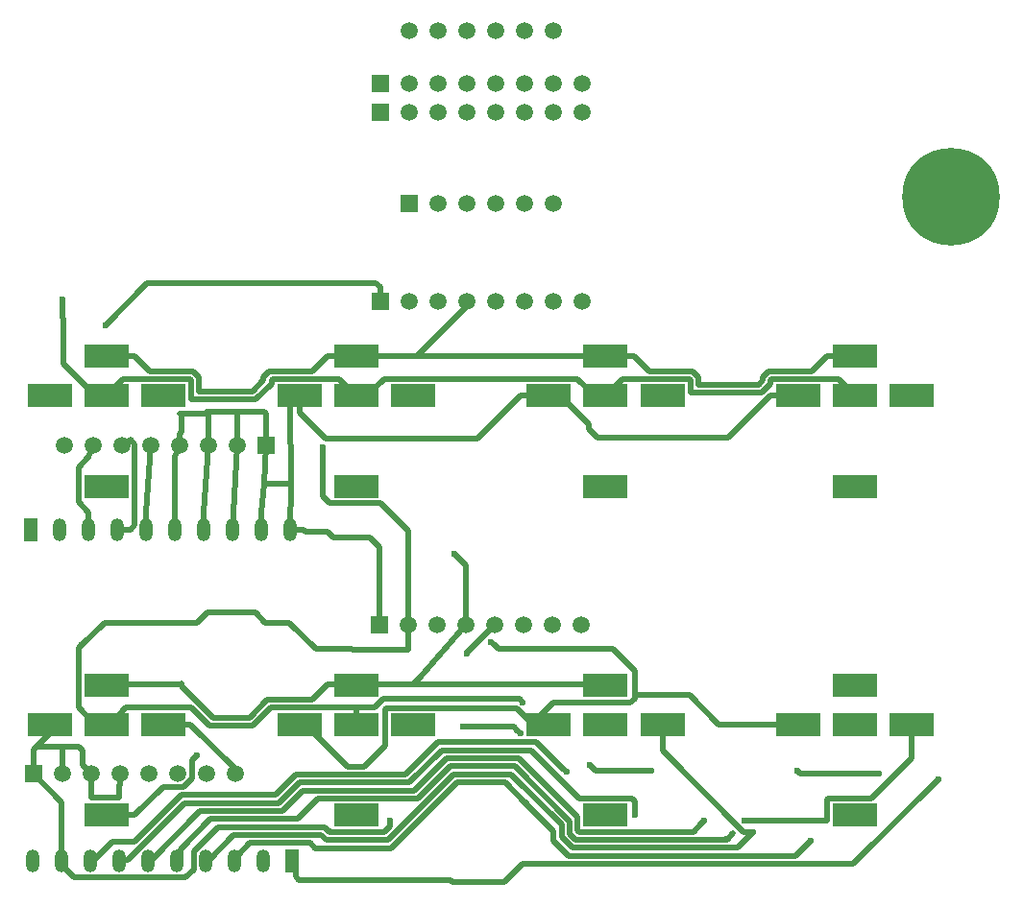
<source format=gbl>
G04 #@! TF.GenerationSoftware,KiCad,Pcbnew,(5.1.5)-3*
G04 #@! TF.CreationDate,2020-12-08T17:30:16-08:00*
G04 #@! TF.ProjectId,button_pcb_4x_laz16-11_,62757474-6f6e-45f7-9063-625f34785f6c,rev?*
G04 #@! TF.SameCoordinates,Original*
G04 #@! TF.FileFunction,Copper,L2,Bot*
G04 #@! TF.FilePolarity,Positive*
%FSLAX46Y46*%
G04 Gerber Fmt 4.6, Leading zero omitted, Abs format (unit mm)*
G04 Created by KiCad (PCBNEW (5.1.5)-3) date 2020-12-08 17:30:16*
%MOMM*%
%LPD*%
G04 APERTURE LIST*
%ADD10R,4.000000X2.000000*%
%ADD11C,1.500000*%
%ADD12R,1.500000X1.500000*%
%ADD13O,1.200000X2.000000*%
%ADD14R,1.200000X2.000000*%
%ADD15C,8.600000*%
%ADD16C,0.600000*%
%ADD17C,0.508000*%
G04 APERTURE END LIST*
D10*
X17000000Y6500000D03*
X17000000Y18000000D03*
X22000000Y14500000D03*
X17000000Y14500000D03*
X12000000Y14500000D03*
D11*
X43690000Y75740000D03*
X46230000Y75740000D03*
X48770000Y75740000D03*
X51310000Y75740000D03*
X53850000Y75740000D03*
X56390000Y75740000D03*
X56390000Y60500000D03*
X53850000Y60500000D03*
X51310000Y60500000D03*
X48770000Y60500000D03*
X46230000Y60500000D03*
D12*
X43690000Y60500000D03*
D11*
X58930000Y68530000D03*
X56390000Y68530000D03*
X53850000Y68530000D03*
X51310000Y68530000D03*
X48770000Y68530000D03*
X46230000Y68530000D03*
X43690000Y68530000D03*
D12*
X41150000Y68530000D03*
D11*
X58930000Y71070000D03*
X56390000Y71070000D03*
X53850000Y71070000D03*
X51310000Y71070000D03*
X48770000Y71070000D03*
X46230000Y71070000D03*
X43690000Y71070000D03*
D12*
X41150000Y71070000D03*
D11*
X13310000Y39100000D03*
X15850000Y39100000D03*
X18390000Y39100000D03*
X20930000Y39100000D03*
X23470000Y39100000D03*
X26010000Y39100000D03*
X28550000Y39100000D03*
D12*
X31090000Y39100000D03*
D11*
X58890000Y51800000D03*
X56350000Y51800000D03*
X53810000Y51800000D03*
X51270000Y51800000D03*
X48730000Y51800000D03*
X46190000Y51800000D03*
X43650000Y51800000D03*
D12*
X41110000Y51800000D03*
D11*
X28326000Y10201000D03*
X25786000Y10201000D03*
X23246000Y10201000D03*
X20706000Y10201000D03*
X18166000Y10201000D03*
X15626000Y10201000D03*
X13086000Y10201000D03*
D12*
X10546000Y10201000D03*
D11*
X58830000Y23260000D03*
X56290000Y23260000D03*
X53750000Y23260000D03*
X51210000Y23260000D03*
X48670000Y23260000D03*
X46130000Y23260000D03*
X43590000Y23260000D03*
D12*
X41050000Y23260000D03*
D10*
X83000000Y35500000D03*
X83000000Y47000000D03*
X88000000Y43500000D03*
X83000000Y43500000D03*
X78000000Y43500000D03*
X61000000Y35500000D03*
X61000000Y47000000D03*
X66000000Y43500000D03*
X61000000Y43500000D03*
X56000000Y43500000D03*
X39000000Y35500000D03*
X39000000Y47000000D03*
X44000000Y43500000D03*
X39000000Y43500000D03*
X34000000Y43500000D03*
X17000000Y35500000D03*
X17000000Y47000000D03*
X22000000Y43500000D03*
X17000000Y43500000D03*
X12000000Y43500000D03*
X83000000Y6500000D03*
X83000000Y18000000D03*
X88000000Y14500000D03*
X83000000Y14500000D03*
X78000000Y14500000D03*
X61000000Y6500000D03*
X61000000Y18000000D03*
X66000000Y14500000D03*
X61000000Y14500000D03*
X56000000Y14500000D03*
X39000000Y6500000D03*
X39000000Y18000000D03*
X44000000Y14500000D03*
X39000000Y14500000D03*
X34000000Y14500000D03*
D13*
X33230000Y31700000D03*
X30690000Y31700000D03*
X28150000Y31700000D03*
X25610000Y31700000D03*
X23070000Y31700000D03*
X20530000Y31700000D03*
X17990000Y31700000D03*
X15450000Y31700000D03*
X12910000Y31700000D03*
D14*
X10370000Y31700000D03*
D13*
X10540000Y2500000D03*
X13080000Y2500000D03*
X15620000Y2500000D03*
X18160000Y2500000D03*
X20700000Y2500000D03*
X23240000Y2500000D03*
X25780000Y2500000D03*
X28320000Y2500000D03*
X30860000Y2500000D03*
D14*
X33400000Y2500000D03*
D15*
X91440000Y61060000D03*
D16*
X50926000Y21790000D03*
X16900000Y49700000D03*
X53720000Y16456000D03*
X14858000Y21536000D03*
X13100000Y52000000D03*
X36064111Y38981252D03*
X42000000Y6000000D03*
X57545990Y10300000D03*
X63626000Y6550000D03*
X69722000Y6042000D03*
X73278000Y6042000D03*
X71700000Y4400000D03*
X74040000Y5017998D03*
X79120000Y4264000D03*
X90300000Y9700000D03*
X48408478Y14281076D03*
X53496865Y13698063D03*
X65000000Y10400000D03*
X59600000Y10900000D03*
X85116834Y10183166D03*
X77900000Y10400000D03*
X47640000Y29560000D03*
X25000000Y11800000D03*
X48765015Y20734985D03*
D17*
X33230000Y42730000D02*
X34000000Y43500000D01*
X41636799Y15954001D02*
X53131141Y15954001D01*
X41545999Y12644077D02*
X41545999Y15863201D01*
X41545999Y15863201D02*
X41636799Y15954001D01*
X51225999Y21490001D02*
X50926000Y21790000D01*
X63600000Y16801798D02*
X63600000Y19236202D01*
X54529071Y14556071D02*
X56373000Y16400000D01*
X51523010Y21192990D02*
X51225999Y21490001D01*
X38302079Y10795999D02*
X39697921Y10795999D01*
X53131141Y15954001D02*
X54529071Y14556071D01*
X39697921Y10795999D02*
X41545999Y12644077D01*
X63600000Y19236202D02*
X61643212Y21192990D01*
X35000000Y14098078D02*
X38302079Y10795999D01*
X35000000Y14519000D02*
X35000000Y14098078D01*
X56373000Y16400000D02*
X63198202Y16400000D01*
X61643212Y21192990D02*
X51523010Y21192990D01*
X63198202Y16400000D02*
X63600000Y16801798D01*
X34000000Y41992000D02*
X34000000Y43500000D01*
X36292000Y39700000D02*
X34000000Y41992000D01*
X49692000Y39700000D02*
X36292000Y39700000D01*
X56000000Y43500000D02*
X53492000Y43500000D01*
X53492000Y43500000D02*
X49692000Y39700000D01*
X71792000Y39800000D02*
X75492000Y43500000D01*
X61701922Y39800000D02*
X71792000Y39800000D01*
X61697921Y39795999D02*
X61701922Y39800000D01*
X57000000Y43500000D02*
X59545999Y40954001D01*
X60302079Y39795999D02*
X61697921Y39795999D01*
X56000000Y43500000D02*
X57000000Y43500000D01*
X59545999Y40552079D02*
X60302079Y39795999D01*
X75492000Y43500000D02*
X78000000Y43500000D01*
X59545999Y40954001D02*
X59545999Y40552079D01*
X40763999Y53404001D02*
X41110000Y53058000D01*
X20604001Y53404001D02*
X40763999Y53404001D01*
X41110000Y53058000D02*
X41110000Y51800000D01*
X16900000Y49700000D02*
X20604001Y53404001D01*
X68382078Y17100000D02*
X63700000Y17100000D01*
X78000000Y14500000D02*
X70982078Y14500000D01*
X70982078Y14500000D02*
X68382078Y17100000D01*
X61000000Y18019000D02*
X39000000Y18019000D01*
X58492000Y45008000D02*
X60000000Y43500000D01*
X41508000Y45008000D02*
X58492000Y45008000D01*
X60000000Y43500000D02*
X61000000Y43500000D01*
X40000000Y43500000D02*
X41508000Y45008000D01*
X39000000Y43500000D02*
X40000000Y43500000D01*
X16000000Y43500000D02*
X13200000Y46300000D01*
X17000000Y43500000D02*
X16000000Y43500000D01*
X13200000Y46300000D02*
X13200000Y50300000D01*
X13200000Y50300000D02*
X13100000Y50400000D01*
X13100000Y50400000D02*
X13100000Y52000000D01*
X39000000Y47000000D02*
X61000000Y47000000D01*
X41508000Y47000000D02*
X39000000Y47000000D01*
X44330000Y47000000D02*
X41508000Y47000000D01*
X48730000Y51400000D02*
X44330000Y47000000D01*
X48730000Y51800000D02*
X48730000Y51400000D01*
X19498000Y18019000D02*
X16990000Y18019000D01*
X31198934Y16681012D02*
X29617922Y15100000D01*
X39000000Y18019000D02*
X36492000Y18019000D01*
X26382078Y15100000D02*
X23595999Y17886079D01*
X23595999Y18104001D02*
X23510998Y18019000D01*
X29617922Y15100000D02*
X26382078Y15100000D01*
X23510998Y18019000D02*
X19498000Y18019000D01*
X35154012Y16681012D02*
X31198934Y16681012D01*
X36492000Y18019000D02*
X35154012Y16681012D01*
X23595999Y17886079D02*
X23595999Y18104001D01*
X35154012Y45662012D02*
X36492000Y47000000D01*
X31343532Y45662012D02*
X35154012Y45662012D01*
X30837988Y44848543D02*
X30837988Y45156468D01*
X25162012Y43900000D02*
X29889446Y43900000D01*
X25162012Y45156468D02*
X25162012Y43900000D01*
X24656468Y45662012D02*
X25162012Y45156468D01*
X29889446Y43900000D02*
X30837988Y44848543D01*
X19508000Y47000000D02*
X20845988Y45662012D01*
X17000000Y47000000D02*
X19508000Y47000000D01*
X36492000Y47000000D02*
X39000000Y47000000D01*
X20845988Y45662012D02*
X24656468Y45662012D01*
X30837988Y45156468D02*
X31343532Y45662012D01*
X74490722Y44501277D02*
X74837988Y44848543D01*
X74489446Y44500000D02*
X74490722Y44501277D01*
X69162012Y44500000D02*
X74489446Y44500000D01*
X74837988Y45156468D02*
X75343532Y45662012D01*
X69162012Y45156468D02*
X69162012Y44500000D01*
X68656468Y45662012D02*
X69162012Y45156468D01*
X80492000Y47000000D02*
X83000000Y47000000D01*
X74837988Y44848543D02*
X74837988Y45156468D01*
X75343532Y45662012D02*
X79154012Y45662012D01*
X61000000Y47000000D02*
X63508000Y47000000D01*
X79154012Y45662012D02*
X80492000Y47000000D01*
X64845988Y45662012D02*
X68656468Y45662012D01*
X63508000Y47000000D02*
X64845988Y45662012D01*
X48640000Y23230000D02*
X48670000Y23260000D01*
X44600000Y18617000D02*
X48640000Y23230000D01*
X39000000Y18019000D02*
X44002000Y18019000D01*
X44002000Y18019000D02*
X44600000Y18617000D01*
X26088810Y14391990D02*
X24507799Y15973001D01*
X29911189Y14391989D02*
X26088810Y14391990D01*
X15990000Y14519000D02*
X14535999Y15973001D01*
X24507799Y15973001D02*
X18707723Y15973001D01*
X53420001Y16755999D02*
X41437519Y16755999D01*
X53720000Y16456000D02*
X53420001Y16755999D01*
X14535999Y15973001D02*
X14535999Y21213999D01*
X17253722Y14519000D02*
X15990000Y14519000D01*
X14535999Y21213999D02*
X14558001Y21236001D01*
X18707723Y15973001D02*
X17253722Y14519000D01*
X41437519Y16755999D02*
X40654521Y15973001D01*
X14558001Y21236001D02*
X14858000Y21536000D01*
X31492201Y15973001D02*
X29911189Y14391989D01*
X24454001Y43191989D02*
X24454001Y44863201D01*
X24363201Y44954001D02*
X18454001Y44954001D01*
X30182713Y43191989D02*
X24454001Y43191989D01*
X39000000Y43500000D02*
X37545999Y44954001D01*
X31545999Y44555275D02*
X30182713Y43191989D01*
X24454001Y44863201D02*
X24363201Y44954001D01*
X31636799Y44954001D02*
X31545999Y44863201D01*
X31545999Y44863201D02*
X31545999Y44555275D01*
X37545999Y44954001D02*
X31636799Y44954001D01*
X18454001Y44954001D02*
X17000000Y43500000D01*
X75636799Y44954001D02*
X75545999Y44863201D01*
X68454001Y44863201D02*
X68363201Y44954001D01*
X62454001Y44954001D02*
X61000000Y43500000D01*
X75545999Y44555275D02*
X74782713Y43791989D01*
X68454001Y43791989D02*
X68454001Y44863201D01*
X75545999Y44863201D02*
X75545999Y44555275D01*
X68363201Y44954001D02*
X62454001Y44954001D01*
X74782713Y43791989D02*
X68454001Y43791989D01*
X81545999Y44954001D02*
X75636799Y44954001D01*
X83000000Y43500000D02*
X81545999Y44954001D01*
X39073001Y14573001D02*
X39000000Y14500000D01*
X39073001Y15973001D02*
X39073001Y14573001D01*
X40654521Y15973001D02*
X39073001Y15973001D01*
X39073001Y15973001D02*
X31492201Y15973001D01*
X36682798Y5000000D02*
X36545999Y5136799D01*
X13080000Y7667000D02*
X10546000Y10201000D01*
X13080000Y2500000D02*
X13080000Y7667000D01*
X41497444Y5000000D02*
X36682798Y5000000D01*
X42000000Y6000000D02*
X42000000Y5502556D01*
X42000000Y5502556D02*
X41497444Y5000000D01*
X36231777Y5451021D02*
X36682798Y5000000D01*
X26840426Y5451021D02*
X36231777Y5451021D01*
X24725990Y3336585D02*
X26840426Y5451021D01*
X13080000Y2100000D02*
X14180000Y1000000D01*
X24000000Y1000000D02*
X24725990Y1725990D01*
X13080000Y2500000D02*
X13080000Y2100000D01*
X14180000Y1000000D02*
X24000000Y1000000D01*
X24725990Y1725990D02*
X24725990Y3336585D01*
X15880000Y2581000D02*
X17490989Y4191989D01*
X43381601Y10087991D02*
X46237663Y12944053D01*
X46237663Y12944053D02*
X54901937Y12944053D01*
X57245991Y10599999D02*
X57545990Y10300000D01*
X31904675Y8283065D02*
X33709601Y10087991D01*
X23591191Y8283064D02*
X31904675Y8283065D01*
X33709601Y10087991D02*
X43381601Y10087991D01*
X19500116Y4191989D02*
X23591191Y8283064D01*
X17490989Y4191989D02*
X19500116Y4191989D01*
X54901937Y12944053D02*
X57245991Y10599999D01*
X63626000Y6974264D02*
X63626000Y6550000D01*
X34002868Y9379980D02*
X43674868Y9379980D01*
X63626000Y7710202D02*
X63626000Y6974264D01*
X18890405Y2581000D02*
X23884459Y7575054D01*
X63336202Y8000000D02*
X63626000Y7710202D01*
X43674868Y9379980D02*
X46530930Y12236042D01*
X18420000Y2581000D02*
X18890405Y2581000D01*
X32197943Y7575055D02*
X34002868Y9379980D01*
X54475236Y12236042D02*
X58711278Y8000000D01*
X46530930Y12236042D02*
X54475236Y12236042D01*
X23884459Y7575054D02*
X32197943Y7575055D01*
X58711278Y8000000D02*
X63336202Y8000000D01*
X69422001Y5742001D02*
X69722000Y6042000D01*
X58545999Y5136799D02*
X58636799Y5045999D01*
X58636799Y5045999D02*
X68725999Y5045999D01*
X47006279Y11528033D02*
X53375802Y11528032D01*
X53375802Y11528032D02*
X58545999Y6357835D01*
X58545999Y6357835D02*
X58545999Y5136799D01*
X32491209Y6867043D02*
X34296135Y8671969D01*
X25246043Y6867043D02*
X32491209Y6867043D01*
X68725999Y5045999D02*
X69422001Y5742001D01*
X20960000Y2581000D02*
X25246043Y6867043D01*
X34296135Y8671969D02*
X44150215Y8671969D01*
X44150215Y8671969D02*
X47006279Y11528033D01*
X80545999Y7863201D02*
X80545999Y6042000D01*
X80636799Y7954001D02*
X80545999Y7863201D01*
X84454001Y7954001D02*
X80636799Y7954001D01*
X88000000Y11500000D02*
X84454001Y7954001D01*
X80545999Y6042000D02*
X73278000Y6042000D01*
X88000000Y14519000D02*
X88000000Y11500000D01*
X23500000Y3501278D02*
X26157754Y6159032D01*
X52982535Y10820021D02*
X57837990Y5964566D01*
X35645478Y7963958D02*
X44443481Y7963959D01*
X57837990Y5964566D02*
X57837990Y4843531D01*
X33840552Y6159032D02*
X35645478Y7963958D01*
X47299549Y10820022D02*
X52982535Y10820021D01*
X57837990Y4843531D02*
X58343533Y4337988D01*
X71718746Y4337988D02*
X72259252Y4878494D01*
X58343533Y4337988D02*
X71718746Y4337988D01*
X44443481Y7963959D02*
X47299549Y10820022D01*
X23500000Y2581000D02*
X23500000Y3501278D01*
X26157754Y6159032D02*
X33840552Y6159032D01*
X66000000Y14519000D02*
X66000000Y12204078D01*
X73186080Y5017998D02*
X73615736Y5017998D01*
X66000000Y12204078D02*
X73186080Y5017998D01*
X73615736Y5017998D02*
X74040000Y5017998D01*
X58064221Y3616022D02*
X72638024Y3616022D01*
X36389531Y4291989D02*
X41790711Y4291989D01*
X57129979Y5671299D02*
X57129979Y4550264D01*
X41790711Y4291989D02*
X42774067Y5275345D01*
X73740001Y4717999D02*
X74040000Y5017998D01*
X26040000Y2581000D02*
X28202012Y4743012D01*
X52689267Y10112011D02*
X57129979Y5671299D01*
X28202012Y4743012D02*
X35938508Y4743012D01*
X72638024Y3616022D02*
X73740001Y4717999D01*
X57129979Y4550264D02*
X58064221Y3616022D01*
X42774067Y5275345D02*
X42774067Y5293263D01*
X35938508Y4743012D02*
X36389531Y4291989D01*
X42774067Y5293263D02*
X47592816Y10112011D01*
X47592816Y10112011D02*
X52689267Y10112011D01*
X53958961Y7558960D02*
X54000000Y7599999D01*
X52113921Y9404001D02*
X53958961Y7558960D01*
X47886079Y9404001D02*
X52113921Y9404001D01*
X45595999Y7113921D02*
X47886079Y9404001D01*
X45595999Y7095999D02*
X45595999Y7113921D01*
X42083978Y3583978D02*
X45595999Y7095999D01*
X35413466Y3583978D02*
X42083978Y3583978D01*
X28580000Y2581000D02*
X28580000Y2981000D01*
X28580000Y2981000D02*
X29634001Y4035001D01*
X29634001Y4035001D02*
X34962443Y4035001D01*
X34962443Y4035001D02*
X35413466Y3583978D01*
X53958961Y7558960D02*
X56421968Y5095953D01*
X56421968Y5095953D02*
X56421968Y4256996D01*
X77764011Y2908011D02*
X78820001Y3964001D01*
X56421968Y4256996D02*
X57770953Y2908011D01*
X57770953Y2908011D02*
X77764011Y2908011D01*
X78820001Y3964001D02*
X79120000Y4264000D01*
X28326000Y10201000D02*
X28326000Y10601000D01*
X28326000Y10601000D02*
X24408000Y14519000D01*
X24408000Y14519000D02*
X21990000Y14519000D01*
X52913852Y14281076D02*
X53196866Y13998062D01*
X48408478Y14281076D02*
X52913852Y14281076D01*
X53196866Y13998062D02*
X53496865Y13698063D01*
X65000000Y10400000D02*
X60100000Y10400000D01*
X60100000Y10400000D02*
X59600000Y10900000D01*
X85116834Y10183166D02*
X78116834Y10183166D01*
X78116834Y10183166D02*
X77900000Y10400000D01*
X30690000Y31700000D02*
X30690000Y33208000D01*
X28550000Y39100000D02*
X28150000Y31700000D01*
X25610000Y33208000D02*
X26010000Y39100000D01*
X25610000Y31700000D02*
X25610000Y33208000D01*
X23070000Y38092000D02*
X23070000Y31700000D01*
X23470000Y39100000D02*
X23070000Y38092000D01*
X15626000Y8546000D02*
X15626000Y10201000D01*
X18166000Y9140340D02*
X18140000Y9114340D01*
X18166000Y10201000D02*
X18166000Y9140340D01*
X15640000Y8060000D02*
X15626000Y8546000D01*
X18140000Y9114340D02*
X18140000Y8060000D01*
X18140000Y8060000D02*
X15640000Y8060000D01*
X14876001Y12223999D02*
X14876001Y10950999D01*
X13086000Y12406000D02*
X13140000Y12460000D01*
X13086000Y10201000D02*
X13086000Y12406000D01*
X13140000Y12460000D02*
X13040000Y12560000D01*
X14876001Y10950999D02*
X15626000Y10201000D01*
X13040000Y12560000D02*
X14540000Y12560000D01*
X14540000Y12560000D02*
X14876001Y12223999D01*
X13140000Y12560000D02*
X10940000Y12560000D01*
X10546000Y12266000D02*
X10546000Y10201000D01*
X12000000Y14500000D02*
X12000000Y13720000D01*
X12000000Y13720000D02*
X10546000Y12266000D01*
X31090000Y40358000D02*
X31040000Y40408000D01*
X31090000Y39100000D02*
X31090000Y40358000D01*
X31040000Y40408000D02*
X31040000Y41960000D01*
X31040000Y41960000D02*
X30940000Y42060000D01*
X30940000Y42060000D02*
X28540000Y42060000D01*
X28550000Y42050000D02*
X28540000Y42060000D01*
X28550000Y39100000D02*
X28550000Y42050000D01*
X28540000Y42060000D02*
X25840000Y42060000D01*
X26010000Y41890000D02*
X25840000Y42060000D01*
X26010000Y39100000D02*
X26010000Y41890000D01*
X23470000Y40160660D02*
X23640000Y40330660D01*
X23470000Y39100000D02*
X23470000Y40160660D01*
X23640000Y40330660D02*
X23640000Y41760000D01*
X26010000Y41890000D02*
X23470000Y41890000D01*
X33161773Y35738227D02*
X33240000Y35660000D01*
X30861773Y35738227D02*
X33161773Y35738227D01*
X30861773Y35738227D02*
X31090000Y39100000D01*
X33240000Y35660000D02*
X33230000Y42730000D01*
X30690000Y33208000D02*
X30861773Y35738227D01*
X33230000Y31700000D02*
X33240000Y35660000D01*
X41050000Y30150000D02*
X41050000Y23260000D01*
X40210000Y30990000D02*
X41050000Y30150000D01*
X36500000Y31500000D02*
X37010000Y30990000D01*
X33230000Y31700000D02*
X34338000Y31700000D01*
X34338000Y31700000D02*
X34538000Y31500000D01*
X34538000Y31500000D02*
X36500000Y31500000D01*
X37010000Y30990000D02*
X40210000Y30990000D01*
X48670000Y23260000D02*
X48670000Y28530000D01*
X48670000Y28530000D02*
X47640000Y29560000D01*
X38718000Y21060000D02*
X43590000Y21060000D01*
X38639000Y21139000D02*
X38718000Y21060000D01*
X35461000Y21139000D02*
X38639000Y21139000D01*
X43590000Y21060000D02*
X43590000Y23260000D01*
X33100000Y23500000D02*
X35461000Y21139000D01*
X16822000Y23500000D02*
X24982078Y23500000D01*
X24982078Y23500000D02*
X25886079Y24404001D01*
X31017922Y23500000D02*
X33100000Y23500000D01*
X14858000Y21536000D02*
X16822000Y23500000D01*
X30113921Y24404001D02*
X31017922Y23500000D01*
X25886079Y24404001D02*
X30113921Y24404001D01*
X36064111Y38556988D02*
X36064111Y38981252D01*
X43590000Y23260000D02*
X43590000Y31610000D01*
X36064111Y34618687D02*
X36064111Y38556988D01*
X41154001Y34045999D02*
X36636799Y34045999D01*
X36636799Y34045999D02*
X36064111Y34618687D01*
X43590000Y31610000D02*
X41154001Y34045999D01*
X33971011Y761989D02*
X33660000Y1073000D01*
X47338011Y761989D02*
X33971011Y761989D01*
X82800000Y2200000D02*
X53680000Y2200000D01*
X33660000Y1073000D02*
X33660000Y2581000D01*
X52040000Y560000D02*
X47540000Y560000D01*
X90300000Y9700000D02*
X82800000Y2200000D01*
X53680000Y2200000D02*
X52040000Y560000D01*
X47540000Y560000D02*
X47338011Y761989D01*
X20530000Y33208000D02*
X20930000Y39100000D01*
X20530000Y31700000D02*
X20530000Y33208000D01*
X19454001Y32056001D02*
X19098000Y31700000D01*
X19098000Y31700000D02*
X17990000Y31700000D01*
X19454001Y39243999D02*
X19454001Y32056001D01*
X19098000Y39600000D02*
X19454001Y39243999D01*
X18390000Y39100000D02*
X19098000Y39600000D01*
X15450000Y33208000D02*
X15450000Y31700000D01*
X14545999Y34112001D02*
X15450000Y33208000D01*
X15450000Y38092000D02*
X14545999Y37187999D01*
X14545999Y37187999D02*
X14545999Y34112001D01*
X15850000Y39100000D02*
X15450000Y38092000D01*
X22004999Y8996999D02*
X23823921Y8996999D01*
X23823921Y8996999D02*
X24581999Y9755077D01*
X17000000Y6500000D02*
X19508000Y6500000D01*
X24581999Y9755077D02*
X24581999Y11381999D01*
X19508000Y6500000D02*
X22004999Y8996999D01*
X24581999Y11381999D02*
X25000000Y11800000D01*
X48765015Y20815015D02*
X51210000Y23260000D01*
X48765015Y20734985D02*
X48765015Y20815015D01*
M02*

</source>
